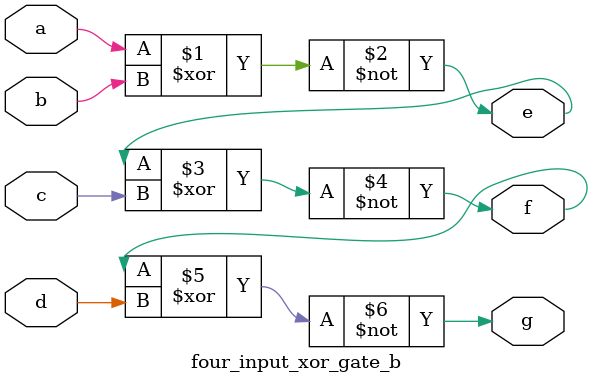
<source format=v>
`timescale 1ns / 1ps


module four_input_xor_gate_b(
    input a,b,c,d,
    output e,f,g
    );
    
    assign e = ~(a^b);
    assign f = ~(e^c);
    assign g = ~(f^d);
    
endmodule

</source>
